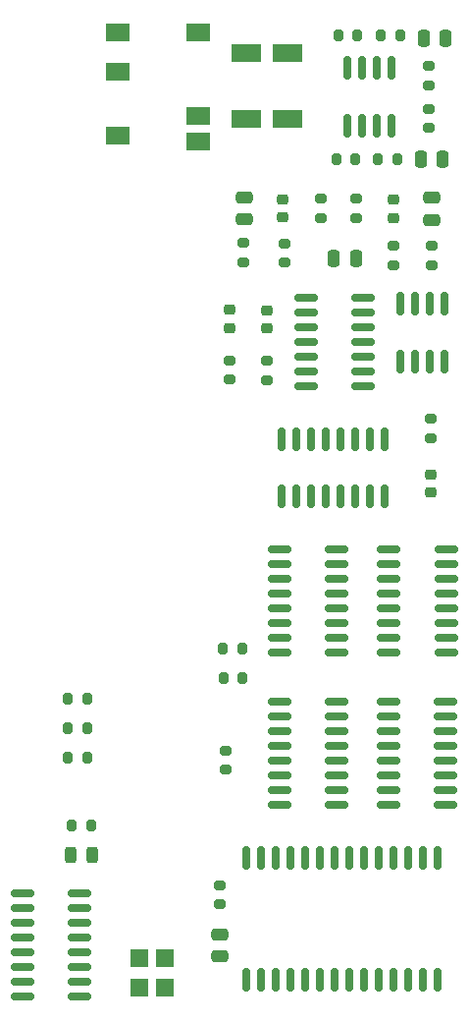
<source format=gbr>
%TF.GenerationSoftware,KiCad,Pcbnew,(7.0.0-0)*%
%TF.CreationDate,2023-03-31T09:05:14+02:00*%
%TF.ProjectId,Nes Sound Expansion,4e657320-536f-4756-9e64-20457870616e,rev?*%
%TF.SameCoordinates,Original*%
%TF.FileFunction,Paste,Top*%
%TF.FilePolarity,Positive*%
%FSLAX46Y46*%
G04 Gerber Fmt 4.6, Leading zero omitted, Abs format (unit mm)*
G04 Created by KiCad (PCBNEW (7.0.0-0)) date 2023-03-31 09:05:14*
%MOMM*%
%LPD*%
G01*
G04 APERTURE LIST*
G04 Aperture macros list*
%AMRoundRect*
0 Rectangle with rounded corners*
0 $1 Rounding radius*
0 $2 $3 $4 $5 $6 $7 $8 $9 X,Y pos of 4 corners*
0 Add a 4 corners polygon primitive as box body*
4,1,4,$2,$3,$4,$5,$6,$7,$8,$9,$2,$3,0*
0 Add four circle primitives for the rounded corners*
1,1,$1+$1,$2,$3*
1,1,$1+$1,$4,$5*
1,1,$1+$1,$6,$7*
1,1,$1+$1,$8,$9*
0 Add four rect primitives between the rounded corners*
20,1,$1+$1,$2,$3,$4,$5,0*
20,1,$1+$1,$4,$5,$6,$7,0*
20,1,$1+$1,$6,$7,$8,$9,0*
20,1,$1+$1,$8,$9,$2,$3,0*%
G04 Aperture macros list end*
%ADD10RoundRect,0.225000X0.250000X-0.225000X0.250000X0.225000X-0.250000X0.225000X-0.250000X-0.225000X0*%
%ADD11RoundRect,0.225000X-0.250000X0.225000X-0.250000X-0.225000X0.250000X-0.225000X0.250000X0.225000X0*%
%ADD12RoundRect,0.150000X-0.825000X-0.150000X0.825000X-0.150000X0.825000X0.150000X-0.825000X0.150000X0*%
%ADD13RoundRect,0.200000X-0.200000X-0.275000X0.200000X-0.275000X0.200000X0.275000X-0.200000X0.275000X0*%
%ADD14RoundRect,0.200000X-0.275000X0.200000X-0.275000X-0.200000X0.275000X-0.200000X0.275000X0.200000X0*%
%ADD15RoundRect,0.250000X0.250000X0.475000X-0.250000X0.475000X-0.250000X-0.475000X0.250000X-0.475000X0*%
%ADD16R,1.500000X1.600000*%
%ADD17RoundRect,0.200000X0.200000X0.275000X-0.200000X0.275000X-0.200000X-0.275000X0.200000X-0.275000X0*%
%ADD18RoundRect,0.150000X-0.150000X0.875000X-0.150000X-0.875000X0.150000X-0.875000X0.150000X0.875000X0*%
%ADD19RoundRect,0.200000X0.275000X-0.200000X0.275000X0.200000X-0.275000X0.200000X-0.275000X-0.200000X0*%
%ADD20RoundRect,0.250000X1.050000X0.550000X-1.050000X0.550000X-1.050000X-0.550000X1.050000X-0.550000X0*%
%ADD21R,2.000000X1.500000*%
%ADD22RoundRect,0.243750X-0.243750X-0.456250X0.243750X-0.456250X0.243750X0.456250X-0.243750X0.456250X0*%
%ADD23RoundRect,0.250000X-0.475000X0.250000X-0.475000X-0.250000X0.475000X-0.250000X0.475000X0.250000X0*%
%ADD24RoundRect,0.250000X0.475000X-0.250000X0.475000X0.250000X-0.475000X0.250000X-0.475000X-0.250000X0*%
%ADD25RoundRect,0.250000X-0.250000X-0.475000X0.250000X-0.475000X0.250000X0.475000X-0.250000X0.475000X0*%
%ADD26RoundRect,0.150000X0.150000X-0.825000X0.150000X0.825000X-0.150000X0.825000X-0.150000X-0.825000X0*%
%ADD27RoundRect,0.150000X-0.150000X0.825000X-0.150000X-0.825000X0.150000X-0.825000X0.150000X0.825000X0*%
G04 APERTURE END LIST*
D10*
%TO.C,C9*%
X130810000Y-54364000D03*
X130810000Y-52814000D03*
%TD*%
D11*
%TO.C,C8*%
X121285000Y-52753000D03*
X121285000Y-54303000D03*
%TD*%
%TO.C,C5*%
X134047000Y-76502000D03*
X134047000Y-78052000D03*
%TD*%
D10*
%TO.C,C4*%
X116651000Y-63833000D03*
X116651000Y-62283000D03*
%TD*%
D11*
%TO.C,C3*%
X119888000Y-62331000D03*
X119888000Y-63881000D03*
%TD*%
D12*
%TO.C,U1*%
X98806000Y-112522000D03*
X98806000Y-113792000D03*
X98806000Y-115062000D03*
X98806000Y-116332000D03*
X98806000Y-117602000D03*
X98806000Y-118872000D03*
X98806000Y-120142000D03*
X98806000Y-121412000D03*
X103756000Y-121412000D03*
X103756000Y-120142000D03*
X103756000Y-118872000D03*
X103756000Y-117602000D03*
X103756000Y-116332000D03*
X103756000Y-115062000D03*
X103756000Y-113792000D03*
X103756000Y-112522000D03*
%TD*%
D13*
%TO.C,R9*%
X103061000Y-106680000D03*
X104711000Y-106680000D03*
%TD*%
D12*
%TO.C,U7*%
X130432000Y-82931000D03*
X130432000Y-84201000D03*
X130432000Y-85471000D03*
X130432000Y-86741000D03*
X130432000Y-88011000D03*
X130432000Y-89281000D03*
X130432000Y-90551000D03*
X130432000Y-91821000D03*
X135382000Y-91821000D03*
X135382000Y-90551000D03*
X135382000Y-89281000D03*
X135382000Y-88011000D03*
X135382000Y-86741000D03*
X135382000Y-85471000D03*
X135382000Y-84201000D03*
X135382000Y-82931000D03*
%TD*%
%TO.C,U2*%
X123255000Y-61214000D03*
X123255000Y-62484000D03*
X123255000Y-63754000D03*
X123255000Y-65024000D03*
X123255000Y-66294000D03*
X123255000Y-67564000D03*
X123255000Y-68834000D03*
X128205000Y-68834000D03*
X128205000Y-67564000D03*
X128205000Y-66294000D03*
X128205000Y-65024000D03*
X128205000Y-63754000D03*
X128205000Y-62484000D03*
X128205000Y-61214000D03*
%TD*%
D14*
%TO.C,R6*%
X117856000Y-56508000D03*
X117856000Y-58158000D03*
%TD*%
D12*
%TO.C,U6*%
X120969000Y-82931000D03*
X120969000Y-84201000D03*
X120969000Y-85471000D03*
X120969000Y-86741000D03*
X120969000Y-88011000D03*
X120969000Y-89281000D03*
X120969000Y-90551000D03*
X120969000Y-91821000D03*
X125919000Y-91821000D03*
X125919000Y-90551000D03*
X125919000Y-89281000D03*
X125919000Y-88011000D03*
X125919000Y-86741000D03*
X125919000Y-85471000D03*
X125919000Y-84201000D03*
X125919000Y-82931000D03*
%TD*%
D15*
%TO.C,C2*%
X127569000Y-57846000D03*
X125669000Y-57846000D03*
%TD*%
D14*
%TO.C,R7*%
X130810000Y-56762000D03*
X130810000Y-58412000D03*
%TD*%
%TO.C,R8*%
X134112000Y-56762000D03*
X134112000Y-58412000D03*
%TD*%
D16*
%TO.C,X1*%
X108881999Y-118109999D03*
X108881999Y-120649999D03*
X111081999Y-120649999D03*
X111081999Y-118109999D03*
%TD*%
D17*
%TO.C,R4*%
X104394000Y-98298000D03*
X102744000Y-98298000D03*
%TD*%
D14*
%TO.C,R5*%
X121412000Y-56571000D03*
X121412000Y-58221000D03*
%TD*%
D18*
%TO.C,YMF288*%
X134620000Y-109474000D03*
X133350000Y-109474000D03*
X132080000Y-109474000D03*
X130810000Y-109474000D03*
X129540000Y-109474000D03*
X128270000Y-109474000D03*
X127000000Y-109474000D03*
X125730000Y-109474000D03*
X124460000Y-109474000D03*
X123190000Y-109474000D03*
X121920000Y-109474000D03*
X120650000Y-109474000D03*
X119380000Y-109474000D03*
X118110000Y-109474000D03*
X118110000Y-120044000D03*
X119380000Y-120044000D03*
X120650000Y-120044000D03*
X121920000Y-120044000D03*
X123190000Y-120044000D03*
X124460000Y-120044000D03*
X125730000Y-120044000D03*
X127000000Y-120044000D03*
X128270000Y-120044000D03*
X129540000Y-120044000D03*
X130810000Y-120044000D03*
X132080000Y-120044000D03*
X133350000Y-120044000D03*
X134620000Y-120044000D03*
%TD*%
D19*
%TO.C,R14*%
X134047000Y-73318500D03*
X134047000Y-71668500D03*
%TD*%
D14*
%TO.C,R13*%
X116651000Y-66628000D03*
X116651000Y-68278000D03*
%TD*%
%TO.C,R12*%
X119888000Y-66676000D03*
X119888000Y-68326000D03*
%TD*%
%TO.C,R15*%
X115824000Y-111839000D03*
X115824000Y-113489000D03*
%TD*%
D17*
%TO.C,R17*%
X117776000Y-91440000D03*
X116126000Y-91440000D03*
%TD*%
D20*
%TO.C,C11*%
X121688000Y-40132000D03*
X118088000Y-40132000D03*
%TD*%
D21*
%TO.C,J6*%
X113989999Y-38386999D03*
X106989999Y-38386999D03*
X106989999Y-41786999D03*
X106989999Y-47286999D03*
X113989999Y-45586999D03*
X113989999Y-47786999D03*
%TD*%
D17*
%TO.C,R19*%
X104394000Y-95758000D03*
X102744000Y-95758000D03*
%TD*%
%TO.C,R16*%
X117792000Y-93980000D03*
X116142000Y-93980000D03*
%TD*%
D22*
%TO.C,J7*%
X102948500Y-109220000D03*
X104823500Y-109220000D03*
%TD*%
D20*
%TO.C,C10*%
X121710000Y-45847000D03*
X118110000Y-45847000D03*
%TD*%
D17*
%TO.C,R18*%
X104394000Y-100838000D03*
X102744000Y-100838000D03*
%TD*%
D23*
%TO.C,C1*%
X115824000Y-116095000D03*
X115824000Y-117995000D03*
%TD*%
D24*
%TO.C,C6*%
X117983000Y-54478000D03*
X117983000Y-52578000D03*
%TD*%
%TO.C,C7*%
X134112000Y-54544000D03*
X134112000Y-52644000D03*
%TD*%
D25*
%TO.C,C12*%
X133162000Y-49276000D03*
X135062000Y-49276000D03*
%TD*%
%TO.C,C13*%
X133416000Y-38862000D03*
X135316000Y-38862000D03*
%TD*%
D14*
%TO.C,R22*%
X133858000Y-41276000D03*
X133858000Y-42926000D03*
%TD*%
D19*
%TO.C,R23*%
X127635000Y-54376500D03*
X127635000Y-52726500D03*
%TD*%
D13*
%TO.C,R26*%
X125897500Y-49276000D03*
X127547500Y-49276000D03*
%TD*%
D26*
%TO.C,U3*%
X126873000Y-46417000D03*
X128143000Y-46417000D03*
X129413000Y-46417000D03*
X130683000Y-46417000D03*
X130683000Y-41467000D03*
X129413000Y-41467000D03*
X128143000Y-41467000D03*
X126873000Y-41467000D03*
%TD*%
D27*
%TO.C,BU9480F1*%
X135255000Y-61787000D03*
X133985000Y-61787000D03*
X132715000Y-61787000D03*
X131445000Y-61787000D03*
X131445000Y-66737000D03*
X132715000Y-66737000D03*
X133985000Y-66737000D03*
X135255000Y-66737000D03*
%TD*%
D14*
%TO.C,R21*%
X124587000Y-52726500D03*
X124587000Y-54376500D03*
%TD*%
D13*
%TO.C,R24*%
X129500500Y-49276000D03*
X131150500Y-49276000D03*
%TD*%
%TO.C,R25*%
X129731000Y-38608000D03*
X131381000Y-38608000D03*
%TD*%
%TO.C,R27*%
X126071500Y-38608000D03*
X127721500Y-38608000D03*
%TD*%
D14*
%TO.C,R20*%
X133858000Y-44959000D03*
X133858000Y-46609000D03*
%TD*%
%TO.C,R10*%
X116332000Y-100267000D03*
X116332000Y-101917000D03*
%TD*%
D12*
%TO.C,U8*%
X120969000Y-96012000D03*
X120969000Y-97282000D03*
X120969000Y-98552000D03*
X120969000Y-99822000D03*
X120969000Y-101092000D03*
X120969000Y-102362000D03*
X120969000Y-103632000D03*
X120969000Y-104902000D03*
X125919000Y-104902000D03*
X125919000Y-103632000D03*
X125919000Y-102362000D03*
X125919000Y-101092000D03*
X125919000Y-99822000D03*
X125919000Y-98552000D03*
X125919000Y-97282000D03*
X125919000Y-96012000D03*
%TD*%
D26*
%TO.C,U10*%
X121158000Y-78356000D03*
X122428000Y-78356000D03*
X123698000Y-78356000D03*
X124968000Y-78356000D03*
X126238000Y-78356000D03*
X127508000Y-78356000D03*
X128778000Y-78356000D03*
X130048000Y-78356000D03*
X130048000Y-73406000D03*
X128778000Y-73406000D03*
X127508000Y-73406000D03*
X126238000Y-73406000D03*
X124968000Y-73406000D03*
X123698000Y-73406000D03*
X122428000Y-73406000D03*
X121158000Y-73406000D03*
%TD*%
D12*
%TO.C,U9*%
X130367000Y-96012000D03*
X130367000Y-97282000D03*
X130367000Y-98552000D03*
X130367000Y-99822000D03*
X130367000Y-101092000D03*
X130367000Y-102362000D03*
X130367000Y-103632000D03*
X130367000Y-104902000D03*
X135317000Y-104902000D03*
X135317000Y-103632000D03*
X135317000Y-102362000D03*
X135317000Y-101092000D03*
X135317000Y-99822000D03*
X135317000Y-98552000D03*
X135317000Y-97282000D03*
X135317000Y-96012000D03*
%TD*%
M02*

</source>
